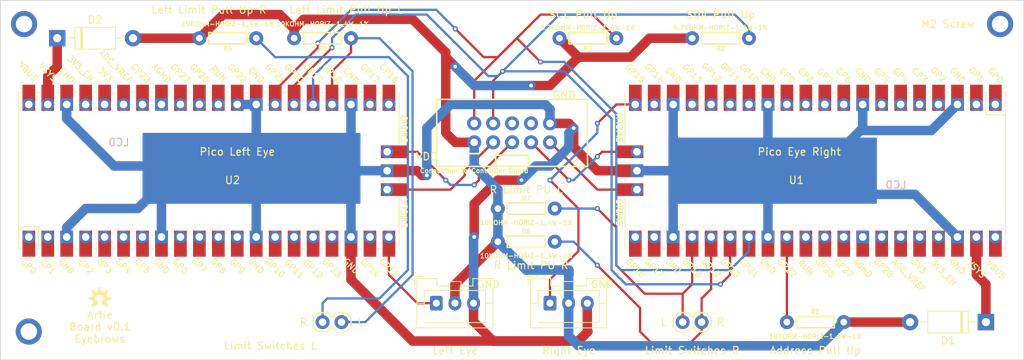
<source format=kicad_pcb>
(kicad_pcb (version 20211014) (generator pcbnew)
  (layers (0 "F.Cu" signal) (31 "B.Cu" signal) (34 "B.Paste" user) (35 "F.Paste" user) (36 "B.SilkS" user "B.Silkscreen") (37 "F.SilkS" user "F.Silkscreen") (38 "B.Mask" user) (39 "F.Mask" user) (44 "Edge.Cuts" user))
  (net 0 "")
  (net 1 "Net-(D1-Pad1)")
  (net 2 "VDD")
  (net 3 "Net-(D2-Pad1)")
  (net 4 "/I2C_SCL")
  (net 5 "/SWCLK_LEFT")
  (net 6 "/I2C_SDA")
  (net 7 "/SWDIO_LEFT")
  (net 9 "/SWCLK_RIGHT")
  (net 11 "/SWDIO_RIGHT")
  (net 12 "GND")
  (net 13 "/IRQ_LIMIT_L_U2")
  (net 14 "/IRQ_LIMIT_R_U2")
  (net 15 "/IRQ_LIMIT_L_U1")
  (net 16 "/IRQ_LIMIT_R_U1")
  (net 17 "/PWM_M1")
  (net 18 "/PWM_M2")
  (net 19 "Net-(R1-PadP$1)")
  (footprint "SparkFunResistors:AXIAL-0.3" (layer "F.Cu") (at 121.285 96.52)
    (fp_text reference "R7")
    (fp_text value "10KOHM-HORIZ-1_4W-1%")
  )
  (footprint "MountingHole:MountingHole_2.2mm_M2_ISO7380_Pad" (layer "F.Cu") (at 53.975 71.755)
    (fp_text reference "REF**" hide)
    (fp_text value "MountingHole_2.2mm_M2_ISO7380_Pad" hide)
  )
  (footprint "SparkFunResistors:AXIAL-0.3" (layer "F.Cu") (at 121.285 100.965)
    (fp_text reference "R6")
    (fp_text value "10KOHM-HORIZ-1_4W-1%")
  )
  (footprint "SparkFunAesthetics:OSHW-LOGO-S" (layer "F.Cu") (at 64.135 108.585)
    (fp_text reference "")
    (fp_text value "")
  )
  (footprint "SparkFunConnectors:1X02" (layer "F.Cu") (at 96.52 111.76 180)
    (fp_text reference "J2" hide)
    (fp_text value "CONN_02" hide)
  )
  (footprint "Connector_JST:JST_XA_B03B-XASK-1-A_1x03_P2.50mm_Vertical" (layer "F.Cu") (at 124.46 109.22)
    (fp_text reference "M1" hide)
    (fp_text value "SERVO")
  )
  (footprint "SparkFunConnectors:2X5-SHROUDED" (layer "F.Cu") (at 119.38 86.36 90)
    (fp_text reference "J1" hide)
    (fp_text value "Connection to Controller Board")
  )
  (footprint "SparkFunResistors:AXIAL-0.3" (layer "F.Cu") (at 81.28 73.66 180)
    (fp_text reference "R4")
    (fp_text value "10KOHM-HORIZ-1_4W-1%")
  )
  (footprint "SparkFunResistors:AXIAL-0.3" (layer "F.Cu") (at 93.98 73.66 180)
    (fp_text reference "R5")
    (fp_text value "10KOHM-HORIZ-1_4W-1%")
  )
  (footprint "MountingHole:MountingHole_2.2mm_M2_ISO7380_Pad" (layer "F.Cu") (at 184.785 71.755)
    (fp_text reference "REF**" hide)
    (fp_text value "MountingHole_2.2mm_M2_ISO7380_Pad" hide)
  )
  (footprint "SparkFunConnectors:1X02" (layer "F.Cu") (at 142.24 111.76)
    (fp_text reference "J3" hide)
    (fp_text value "CONN_02" hide)
  )
  (footprint "MountingHole:MountingHole_2.2mm_M2_ISO7380_Pad" (layer "F.Cu") (at 54.61 113.03)
    (fp_text reference "REF**" hide)
    (fp_text value "MountingHole_2.2mm_M2_ISO7380_Pad" hide)
  )
  (footprint "SparkFunResistors:AXIAL-0.3" (layer "F.Cu") (at 147.32 73.66 180)
    (fp_text reference "R2")
    (fp_text value "4.7KOHM-HORIZ-1_4W-1%")
  )
  (footprint "Diode_THT:D_DO-41_SOD81_P10.16mm_Horizontal" (layer "F.Cu") (at 58.42 73.66)
    (fp_text reference "D2")
    (fp_text value "1N5817")
  )
  (footprint "SparkFunResistors:AXIAL-0.3" (layer "F.Cu") (at 129.54 73.66 180)
    (fp_text reference "R3")
    (fp_text value "4.7KOHM-HORIZ-1_4W-1%")
  )
  (footprint "Connector_JST:JST_XA_B03B-XASK-1-A_1x03_P2.50mm_Vertical" (layer "F.Cu") (at 109.22 109.22)
    (fp_text reference "M2" hide)
    (fp_text value "SERVO")
  )
  (footprint "Diode_THT:D_DO-41_SOD81_P10.16mm_Horizontal" (layer "F.Cu") (at 182.88 111.76 180)
    (fp_text reference "D1")
    (fp_text value "1N5817")
  )
  (footprint "MCU_RaspberryPi_and_Boards:RPi_Pico_SMD_TH" (layer "F.Cu") (at 78.74 91.44 90)
    (fp_text reference "U2")
    (fp_text value "Pico Left Eye")
  )
  (footprint "SparkFunResistors:AXIAL-0.3" (layer "F.Cu") (at 160.02 111.76)
    (fp_text reference "R1")
    (fp_text value "10KOHM-HORIZ-1_4W-1%")
  )
  (footprint "MCU_RaspberryPi_and_Boards:RPi_Pico_SMD_TH" (layer "F.Cu") (at 160.02 91.44 -90)
    (fp_text reference "U1")
    (fp_text value "Pico Eye Right")
  )
  (gr_line (start 187.96 68.58) (end 50.8 68.58) (layer "Edge.Cuts") (width 0.1))
  (gr_line (start 50.8 68.58) (end 50.8 116.84) (layer "Edge.Cuts") (width 0.1))
  (gr_line (start 50.8 116.84) (end 187.96 116.84) (layer "Edge.Cuts") (width 0.1))
  (gr_line (start 187.96 116.84) (end 187.96 68.58) (layer "Edge.Cuts") (width 0.1))
  (gr_text "LCD" (at 170.815 93.345) (layer "B.SilkS") (effects (font (size 1 1)) (justify mirror)))
  (gr_text "LCD" (at 66.675 87.63) (layer "B.SilkS") (effects (font (size 1 1)) (justify mirror)))
  (gr_text "Address Pull Up" (at 160.02 115.57) (layer "F.SilkS") (effects (font (size 1 1))))
  (gr_text "R Limit PU R" (at 121.92 104.14) (layer "F.SilkS") (effects (font (size 1 1))))
  (gr_text "SCL Pull Up" (at 128.905 70.485) (layer "F.SilkS") (effects (font (size 1 1))))
  (gr_text "Right Eye" (at 127 115.57) (layer "F.SilkS") (effects (font (size 1 1))))
  (gr_text "Limit Switches R" (at 143.51 115.57) (layer "F.SilkS") (effects (font (size 1 1))))
  (gr_text "L" (at 139.7 111.76) (layer "F.SilkS") (effects (font (size 1 1))))
  (gr_text "Artie\nBoard v0.1\nEyebrows\n" (at 64.135 112.395) (layer "F.SilkS") (effects (font (size 1 1))))
  (gr_text "GND" (at 131.445 106.68) (layer "F.SilkS") (effects (font (size 1 1))))
  (gr_text "GND" (at 126.365 81.28) (layer "F.SilkS") (effects (font (size 1 1))))
  (gr_text "Left Eye" (at 111.76 115.57) (layer "F.SilkS") (effects (font (size 1 1))))
  (gr_text "GND" (at 116.205 106.68) (layer "F.SilkS") (effects (font (size 1 1))))
  (gr_text "R Limit PU L" (at 121.285 93.98) (layer "F.SilkS") (effects (font (size 1 1))))
  (gr_text "Limit Switches L" (at 86.995 114.935) (layer "F.SilkS") (effects (font (size 1 1))))
  (gr_text "R" (at 147.32 111.76) (layer "F.SilkS") (effects (font (size 1 1))))
  (gr_text "VDD" (at 107.95 89.535) (layer "F.SilkS") (effects (font (size 1 1))))
  (gr_text "R" (at 91.44 111.76) (layer "F.SilkS") (effects (font (size 1 1))))
  (gr_text "M2 Screw" (at 177.8 71.755) (layer "F.SilkS") (effects (font (size 1 1))))
  (gr_text "Left Limit Pull Up L" (at 97.155 69.85) (layer "F.SilkS") (effects (font (size 1 1))))
  (gr_text "SDA Pull Up" (at 147.32 70.485) (layer "F.SilkS") (effects (font (size 1 1))))
  (gr_text "Left Limit Pull Up R" (at 78.74 69.85) (layer "F.SilkS") (effects (font (size 1 1))))
  (gr_text "L" (at 99.06 111.76) (layer "F.SilkS") (effects (font (size 1 1))))
  (segment locked (start 182.88 111.76) (end 182.88 106.68) (width 1.27) (layer "F.Cu") (net 1))
  (segment locked (start 182.88 106.68) (end 181.61 105.41) (width 1.27) (layer "F.Cu") (net 1))
  (segment locked (start 181.61 105.41) (end 181.61 100.33) (width 1.27) (layer "F.Cu") (net 1))
  (segment (start 88.265 70.485) (end 90.17 72.39) (width 1.27) (layer "F.Cu") (net 2))
  (segment (start 91.44 71.12) (end 90.17 72.39) (width 1.27) (layer "F.Cu") (net 2))
  (segment (start 106.045 71.12) (end 91.44 71.12) (width 1.27) (layer "F.Cu") (net 2))
  (segment (start 137.795 73.66) (end 135.255 76.2) (width 1.27) (layer "F.Cu") (net 2))
  (segment (start 117.475 100.965) (end 111.72 106.72) (width 1.27) (layer "F.Cu") (net 2))
  (segment (start 124.46 80.01) (end 121.92 80.01) (width 1.27) (layer "F.Cu") (net 2))
  (segment (start 114.3 87.63) (end 111.76 87.63) (width 1.27) (layer "F.Cu") (net 2))
  (segment (start 128.27 76.2) (end 124.46 80.01) (width 1.27) (layer "F.Cu") (net 2))
  (segment (start 111.72 106.72) (end 111.72 109.22) (width 1.27) (layer "F.Cu") (net 2))
  (segment (start 68.58 73.66) (end 77.47 73.66) (width 1.27) (layer "F.Cu") (net 2))
  (segment (start 90.17 72.39) (end 90.17 73.66) (width 1.27) (layer "F.Cu") (net 2))
  (segment (start 77.47 73.66) (end 80.645 70.485) (width 1.27) (layer "F.Cu") (net 2))
  (segment (start 110.49 86.36) (end 110.49 75.565) (width 1.27) (layer "F.Cu") (net 2))
  (segment (start 110.49 76.2) (end 110.49 75.565) (width 1.27) (layer "F.Cu") (net 2))
  (segment (start 143.51 73.66) (end 137.795 73.66) (width 1.27) (layer "F.Cu") (net 2))
  (segment (start 110.49 75.565) (end 106.045 71.12) (width 1.27) (layer "F.Cu") (net 2))
  (segment (start 128.27 76.2) (end 125.73 73.66) (width 1.27) (layer "F.Cu") (net 2))
  (segment (start 80.645 70.485) (end 88.265 70.485) (width 1.27) (layer "F.Cu") (net 2))
  (segment (start 111.76 77.47) (end 110.49 76.2) (width 1.27) (layer "F.Cu") (net 2))
  (segment (start 172.72 111.76) (end 163.83 111.76) (width 1.27) (layer "F.Cu") (net 2))
  (segment (start 135.255 76.2) (end 128.27 76.2) (width 1.27) (layer "F.Cu") (net 2))
  (segment (start 111.76 87.63) (end 110.49 86.36) (width 1.27) (layer "F.Cu") (net 2))
  (via (at 111.76 77.47) (size 1) (drill 0.5) (layers "F.Cu" "B.Cu") (net 2))
  (via (at 121.92 80.01) (size 1) (drill 0.5) (layers "F.Cu" "B.Cu") (net 2))
  (segment (start 126.96 105.45) (end 126.96 109.22) (width 1.27) (layer "B.Cu") (net 2))
  (segment (start 121.92 80.01) (end 114.3 80.01) (width 1.27) (layer "B.Cu") (net 2))
  (segment (start 114.3 80.01) (end 111.76 77.47) (width 1.27) (layer "B.Cu") (net 2))
  (segment (start 117.475 100.965) (end 117.475 96.52) (width 1.27) (layer "B.Cu") (net 2))
  (segment (start 160.655 114.935) (end 163.83 111.76) (width 1.27) (layer "B.Cu") (net 2))
  (segment (start 127 104.775) (end 127 105.41) (width 1.27) (layer "B.Cu") (net 2))
  (segment (start 128.27 114.935) (end 160.655 114.935) (width 1.27) (layer "B.Cu") (net 2))
  (segment (start 126.96 109.22) (end 126.96 113.625) (width 1.27) (layer "B.Cu") (net 2))
  (segment (start 127 104.775) (end 121.285 104.775) (width 1.27) (layer "B.Cu") (net 2))
  (segment (start 117.475 96.52) (end 117.475 93.98) (width 1.27) (layer "B.Cu") (net 2))
  (segment (start 121.285 104.775) (end 117.475 100.965) (width 1.27) (layer "B.Cu") (net 2))
  (segment (start 127 105.41) (end 126.96 105.45) (width 1.27) (layer "B.Cu") (net 2))
  (segment (start 126.96 113.625) (end 128.27 114.935) (width 1.27) (layer "B.Cu") (net 2))
  (segment (start 114.3 87.63) (end 114.3 90.805) (width 1.27) (layer "B.Cu") (net 2))
  (segment (start 117.475 93.98) (end 114.3 90.805) (width 1.27) (layer "B.Cu") (net 2))
  (segment locked (start 58.42 77.47) (end 57.15 78.74) (width 1.27) (layer "F.Cu") (net 3))
  (segment locked (start 57.15 78.74) (end 57.15 82.55) (width 1.27) (layer "F.Cu") (net 3))
  (segment locked (start 58.42 73.66) (end 58.42 77.47) (width 1.27) (layer "F.Cu") (net 3))
  (segment (start 123.19 70.485) (end 130.175 70.485) (width 0.3048) (layer "F.Cu") (net 4))
  (segment (start 114.3 79.375) (end 120.015 73.66) (width 0.3048) (layer "F.Cu") (net 4))
  (segment (start 111.76 72.39) (end 115.57 76.2) (width 0.3048) (layer "F.Cu") (net 4))
  (segment (start 120.015 73.66) (end 123.19 76.835) (width 0.3048) (layer "F.Cu") (net 4))
  (segment (start 120.015 73.66) (end 123.19 70.485) (width 0.3048) (layer "F.Cu") (net 4))
  (segment (start 117.475 76.2) (end 120.015 73.66) (width 0.3048) (layer "F.Cu") (net 4))
  (segment (start 114.3 85.09) (end 114.3 79.375) (width 0.3048) (layer "F.Cu") (net 4))
  (segment (start 92.71 75.565) (end 93.345 74.93) (width 0.3048) (layer "F.Cu") (net 4))
  (segment (start 93.345 74.93) (end 93.345 74.295) (width 0.3048) (layer "F.Cu") (net 4))
  (segment (start 87.63 82.55) (end 87.63 80.645) (width 0.3048) (layer "F.Cu") (net 4))
  (segment (start 115.57 76.2) (end 117.475 76.2) (width 0.3048) (layer "F.Cu") (net 4))
  (segment (start 87.63 80.645) (end 92.71 75.565) (width 0.3048) (layer "F.Cu") (net 4))
  (segment (start 130.175 70.485) (end 133.35 73.66) (width 0.3048) (layer "F.Cu") (net 4))
  (via (at 93.345 74.295) (size 0.6858) (drill 0.3302) (layers "F.Cu" "B.Cu") (net 4))
  (via (at 123.19 76.835) (size 0.6858) (drill 0.3302) (layers "F.Cu" "B.Cu") (net 4))
  (via (at 111.76 72.39) (size 0.6858) (drill 0.3302) (layers "F.Cu" "B.Cu") (net 4))
  (segment (start 151.13 102.235) (end 151.13 100.33) (width 0.3048) (layer "B.Cu") (net 4))
  (segment (start 133.35 104.14) (end 133.985 104.775) (width 0.3048) (layer "B.Cu") (net 4))
  (segment (start 97.79 69.85) (end 107.315 69.85) (width 0.3048) (layer "B.Cu") (net 4))
  (segment (start 133.985 104.775) (end 148.59 104.775) (width 0.3048) (layer "B.Cu") (net 4))
  (segment (start 107.315 69.85) (end 109.22 69.85) (width 0.3048) (layer "B.Cu") (net 4))
  (segment (start 109.22 69.85) (end 111.76 72.39) (width 0.3048) (layer "B.Cu") (net 4))
  (segment (start 133.35 83.82) (end 133.35 104.14) (width 0.3048) (layer "B.Cu") (net 4))
  (segment (start 123.19 76.835) (end 126.365 76.835) (width 0.3048) (layer "B.Cu") (net 4))
  (segment (start 93.345 74.295) (end 97.79 69.85) (width 0.3048) (layer "B.Cu") (net 4))
  (segment (start 126.365 76.835) (end 133.35 83.82) (width 0.3048) (layer "B.Cu") (net 4))
  (segment (start 148.59 104.775) (end 151.13 102.235) (width 0.3048) (layer "B.Cu") (net 4))
  (segment (start 113.03 92.075) (end 111.125 93.98) (width 0.3048) (layer "F.Cu") (net 5))
  (segment (start 113.03 91.44) (end 113.03 92.075) (width 0.3048) (layer "F.Cu") (net 5))
  (segment (start 116.84 87.63) (end 113.03 91.44) (width 0.3048) (layer "F.Cu") (net 5))
  (segment (start 111.125 93.98) (end 102.64 93.98) (width 0.3048) (layer "F.Cu") (net 5))
  (segment (start 116.84 85.09) (end 116.84 79.375) (width 0.3048) (layer "F.Cu") (net 6))
  (segment (start 116.84 79.375) (end 118.11 78.105) (width 0.3048) (layer "F.Cu") (net 6))
  (segment (start 90.17 82.55) (end 90.17 80.01) (width 0.3048) (layer "F.Cu") (net 6))
  (segment (start 148.59 105.41) (end 148.59 100.33) (width 0.3048) (layer "F.Cu") (net 6))
  (segment (start 147.32 106.68) (end 148.59 105.41) (width 0.3048) (layer "F.Cu") (net 6))
  (segment (start 90.17 80.01) (end 95.25 74.93) (width 0.3048) (layer "F.Cu") (net 6))
  (via (at 118.11 78.105) (size 0.6858) (drill 0.3302) (layers "F.Cu" "B.Cu") (net 6))
  (via (at 95.25 74.93) (size 0.6858) (drill 0.3302) (layers "F.Cu" "B.Cu") (net 6))
  (via (at 147.32 106.68) (size 0.6858) (drill 0.3302) (layers "F.Cu" "B.Cu") (net 6))
  (segment (start 98.425 70.485) (end 107.95 70.485) (width 0.3048) (layer "B.Cu") (net 6))
  (segment (start 130.175 81.915) (end 132.715 84.455) (width 0.3048) (layer "B.Cu") (net 6))
  (segment (start 117.475 78.74) (end 118.11 78.105) (width 0.3048) (layer "B.Cu") (net 6))
  (segment (start 133.985 106.045) (end 134.62 106.68) (width 0.3048) (layer "B.Cu") (net 6))
  (segment (start 133.35 105.41) (end 133.985 106.045) (width 0.3048) (layer "B.Cu") (net 6))
  (segment (start 116.205 78.74) (end 117.475 78.74) (width 0.3048) (layer "B.Cu") (net 6))
  (segment (start 132.715 104.775) (end 133.35 105.41) (width 0.3048) (layer "B.Cu") (net 6))
  (segment (start 118.11 78.105) (end 126.365 78.105) (width 0.3048) (layer "B.Cu") (net 6))
  (segment (start 151.13 72.39) (end 151.13 73.66) (width 0.3048) (layer "B.Cu") (net 6))
  (segment (start 132.715 84.455) (end 132.715 86.995) (width 0.3048) (layer "B.Cu") (net 6))
  (segment (start 118.11 78.105) (end 125.73 70.485) (width 0.3048) (layer "B.Cu") (net 6))
  (segment (start 149.225 70.485) (end 151.13 72.39) (width 0.3048) (layer "B.Cu") (net 6))
  (segment (start 134.62 106.68) (end 147.32 106.68) (width 0.3048) (layer "B.Cu") (net 6))
  (segment (start 125.73 70.485) (end 149.225 70.485) (width 0.3048) (layer "B.Cu") (net 6))
  (segment (start 126.365 78.105) (end 130.175 81.915) (width 0.3048) (layer "B.Cu") (net 6))
  (segment (start 95.25 74.93) (end 95.25 73.66) (width 0.3048) (layer "B.Cu") (net 6))
  (segment (start 132.715 86.995) (end 132.715 104.775) (width 0.3048) (layer "B.Cu") (net 6))
  (segment (start 95.25 73.66) (end 98.425 70.485) (width 0.3048) (layer "B.Cu") (net 6))
  (segment (start 107.95 70.485) (end 116.205 78.74) (width 0.3048) (layer "B.Cu") (net 6))
  (segment (start 119.38 87.63) (end 114.935 92.075) (width 0.3048) (layer "F.Cu") (net 7))
  (segment (start 114.935 92.71) (end 114.3 93.345) (width 0.3048) (layer "F.Cu") (net 7))
  (segment (start 106.68 88.9) (end 102.64 88.9) (width 0.3048) (layer "F.Cu") (net 7))
  (segment (start 114.935 92.075) (end 114.935 92.71) (width 0.3048) (layer "F.Cu") (net 7))
  (segment (start 110.49 92.71) (end 106.68 88.9) (width 0.3048) (layer "F.Cu") (net 7))
  (via (at 110.49 92.71) (size 0.6858) (drill 0.3302) (layers "F.Cu" "B.Cu") (net 7))
  (via (at 114.3 93.345) (size 0.6858) (drill 0.3302) (layers "F.Cu" "B.Cu") (net 7))
  (segment (start 111.125 93.345) (end 110.49 92.71) (width 0.3048) (layer "B.Cu") (net 7))
  (segment (start 114.3 93.345) (end 111.125 93.345) (width 0.3048) (layer "B.Cu") (net 7))
  (segment (start 121.92 87.63) (end 126.365 92.075) (width 0.3048) (layer "F.Cu") (net 9))
  (segment (start 131.445 88.9) (end 136.12 88.9) (width 0.3048) (layer "F.Cu") (net 9))
  (segment (start 130.81 89.535) (end 131.445 88.9) (width 0.3048) (layer "F.Cu") (net 9))
  (segment (start 126.365 92.075) (end 127 92.71) (width 0.3048) (layer "F.Cu") (net 9))
  (via (at 127 92.71) (size 0.6858) (drill 0.3302) (layers "F.Cu" "B.Cu") (net 9))
  (via (at 130.81 89.535) (size 0.6858) (drill 0.3302) (layers "F.Cu" "B.Cu") (net 9))
  (segment (start 127.635 92.71) (end 130.81 89.535) (width 0.3048) (layer "B.Cu") (net 9))
  (segment (start 127 92.71) (end 127.635 92.71) (width 0.3048) (layer "B.Cu") (net 9))
  (segment (start 130.81 93.98) (end 136.12 93.98) (width 0.3048) (layer "F.Cu") (net 11))
  (segment (start 124.46 87.63) (end 130.81 93.98) (width 0.3048) (layer "F.Cu") (net 11))
  (segment (start 129.46 109.22) (end 129.46 112.95) (width 1.27) (layer "F.Cu") (net 12))
  (segment (start 107.95 92.075) (end 107.315 92.075) (width 1.27) (layer "F.Cu") (net 12))
  (segment (start 129.54 113.03) (end 128.27 114.3) (width 1.27) (layer "F.Cu") (net 12))
  (segment (start 106.045 114.3) (end 128.27 114.3) (width 1.27) (layer "F.Cu") (net 12))
  (segment (start 114.22 111.68) (end 114.22 109.22) (width 1.27) (layer "F.Cu") (net 12))
  (segment (start 106.68 91.44) (end 102.64 91.44) (width 1.27) (layer "F.Cu") (net 12))
  (segment (start 116.84 114.3) (end 114.22 111.68) (width 1.27) (layer "F.Cu") (net 12))
  (segment (start 129.46 112.95) (end 129.54 113.03) (width 1.27) (layer "F.Cu") (net 12))
  (segment (start 124.46 85.09) (end 127 85.09) (width 1.27) (layer "F.Cu") (net 12))
  (segment (start 114.3 95.885) (end 114.3 100.33) (width 1.27) (layer "F.Cu") (net 12))
  (segment (start 128.27 114.3) (end 116.84 114.3) (width 1.27) (layer "F.Cu") (net 12))
  (segment (start 127 85.09) (end 127.635 85.725) (width 1.27) (layer "F.Cu") (net 12))
  (segment (start 127.635 85.725) (end 127.635 88.265) (width 1.27) (layer "F.Cu") (net 12))
  (segment (start 130.81 91.44) (end 136.119997 91.44) (width 1.27) (layer "F.Cu") (net 12))
  (segment (start 107.315 92.075) (end 106.68 91.44) (width 1.27) (layer "F.Cu") (net 12))
  (segment (start 97.79 106.045) (end 106.045 114.3) (width 1.27) (layer "F.Cu") (net 12))
  (segment (start 117.475 92.71) (end 114.3 95.885) (width 1.27) (layer "F.Cu") (net 12))
  (segment (start 127.635 88.265) (end 129.54 90.17) (width 1.27) (layer "F.Cu") (net 12))
  (segment (start 129.54 90.17) (end 130.81 91.44) (width 1.27) (layer "F.Cu") (net 12))
  (segment (start 120.65 92.71) (end 117.475 92.71) (width 1.27) (layer "F.Cu") (net 12))
  (segment (start 97.79 100.33) (end 97.79 106.045) (width 1.27) (layer "F.Cu") (net 12))
  (via (at 107.95 92.075) (size 1) (drill 0.5) (layers "F.Cu" "B.Cu") (net 12))
  (via (at 127.635 85.725) (size 1) (drill 0.5) (layers "F.Cu" "B.Cu") (net 12))
  (via (at 114.3 100.33) (size 1) (drill 0.5) (layers "F.Cu" "B.Cu") (net 12))
  (via (at 120.65 92.71) (size 1) (drill 0.5) (layers "F.Cu" "B.Cu") (net 12))
  (segment (start 179.07 100.33) (end 173.355 94.615) (width 1.27) (layer "B.Cu") (net 12))
  (segment (start 153.67 100.33) (end 153.67 82.55) (width 1.27) (layer "B.Cu") (net 12))
  (segment (start 123.825 82.55) (end 111.125 82.55) (width 1.27) (layer "B.Cu") (net 12))
  (segment (start 85.09 90.805) (end 85.09 90.17) (width 1.27) (layer "B.Cu") (net 12))
  (segment (start 127 86.36) (end 127 88.265) (width 1.27) (layer "B.Cu") (net 12))
  (segment (start 85.09 100.33) (end 85.09 90.805) (width 1.27) (layer "B.Cu") (net 12))
  (segment (start 175.5775 86.0425) (end 166.0525 86.0425) (width 1.27) (layer "B.Cu") (net 12))
  (segment (start 124.46 85.09) (end 124.46 83.185) (width 1.27) (layer "B.Cu") (net 12))
  (segment (start 72.39 93.345) (end 74.93 90.805) (width 1.27) (layer "B.Cu") (net 12))
  (segment (start 173.355 94.615) (end 172.72 94.615) (width 1.27) (layer "B.Cu") (net 12))
  (segment (start 102.640003 91.44) (end 97.79 91.44) (width 1.27) (layer "B.Cu") (net 12))
  (segment (start 97.79 100.33) (end 97.79 91.44) (width 1.27) (layer "B.Cu") (net 12))
  (segment (start 97.79 82.55) (end 97.79 91.44) (width 1.27) (layer "B.Cu") (net 12))
  (segment (start 136.119997 91.44) (end 140.97 91.44) (width 1.27) (layer "B.Cu") (net 12))
  (segment (start 85.725 91.44) (end 85.09 90.805) (width 1.27) (layer "B.Cu") (net 12))
  (segment (start 97.79 91.44) (end 85.725 91.44) (width 1.27) (layer "B.Cu") (net 12))
  (segment (start 59.69 82.55) (end 59.69 84.455) (width 1.27) (layer "B.Cu") (net 12))
  (segment (start 160.655 91.44) (end 166.0525 86.0425) (width 1.27) (layer "B.Cu") (net 12))
  (segment (start 179.07 82.55) (end 175.5775 86.0425) (width 1.27) (layer "B.Cu") (net 12))
  (segment (start 59.69 100.33) (end 59.69 99.06) (width 1.27) (layer "B.Cu") (net 12))
  (segment (start 62.23 96.52) (end 69.215 96.52) (width 1.27) (layer "B.Cu") (net 12))
  (segment (start 69.215 96.52) (end 72.39 93.345) (width 1.27) (layer "B.Cu") (net 12))
  (segment (start 127 88.265) (end 124.46 90.805) (width 1.27) (layer "B.Cu") (net 12))
  (segment (start 124.46 83.185) (end 123.825 82.55) (width 1.27) (layer "B.Cu") (net 12))
  (segment (start 166.37 85.725) (end 166.37 82.55) (width 1.27) (layer "B.Cu") (net 12))
  (segment (start 59.69 84.455) (end 62.23 86.995) (width 1.27) (layer "B.Cu") (net 12))
  (segment (start 72.39 100.33) (end 72.39 93.345) (width 1.27) (layer "B.Cu") (net 12))
  (segment (start 140.97 91.44) (end 140.97 100.33) (width 1.27) (layer "B.Cu") (net 12))
  (segment (start 62.23 86.995) (end 66.04 90.805) (width 1.27) (layer "B.Cu") (net 12))
  (segment (start 111.125 82.55) (end 107.95 85.725) (width 1.27) (layer "B.Cu") (net 12))
  (segment (start 166.0525 86.0425) (end 166.37 85.725) (width 1.27) (layer "B.Cu") (net 12))
  (segment (start 85.09 82.55) (end 85.09 90.17) (width 1.27) (layer "B.Cu") (net 12))
  (segment (start 122.555 90.805) (end 120.65 92.71) (width 1.27) (layer "B.Cu") (net 12))
  (segment (start 74.93 90.805) (end 85.09 90.805) (width 1.27) (layer "B.Cu") (net 12))
  (segment (start 107.95 85.725) (end 107.95 92.075) (width 1.27) (layer "B.Cu") (net 12))
  (segment (start 85.09 82.55) (end 82.55 82.55) (width 1.27) (layer "B.Cu") (net 12))
  (segment (start 140.97 82.55) (end 140.97 91.44) (width 1.27) (layer "B.Cu") (net 12))
  (segment (start 114.3 100.33) (end 114.22 100.41) (width 1.27) (layer "B.Cu") (net 12))
  (segment (start 59.69 99.06) (end 62.23 96.52) (width 1.27) (layer "B.Cu") (net 12))
  (segment (start 172.72 94.615) (end 163.83 94.615) (width 1.27) (layer "B.Cu") (net 12))
  (segment (start 160.655 91.44) (end 140.97 91.44) (width 1.27) (layer "B.Cu") (net 12))
  (segment (start 124.46 90.805) (end 122.555 90.805) (width 1.27) (layer "B.Cu") (net 12))
  (segment (start 66.04 90.805) (end 74.93 90.805) (width 1.27) (layer "B.Cu") (net 12))
  (segment (start 114.22 100.41) (end 114.22 109.22) (width 1.27) (layer "B.Cu") (net 12))
  (segment (start 127.635 85.725) (end 127 86.36) (width 1.27) (layer "B.Cu") (net 12))
  (segment (start 163.83 94.615) (end 160.655 91.44) (width 1.27) (layer "B.Cu") (net 12))
  (segment (start 95.25 78.105) (end 95.25 82.55) (width 0.3048) (layer "F.Cu") (net 13))
  (segment (start 97.79 73.66) (end 97.79 75.565) (width 0.3048) (layer "F.Cu") (net 13))
  (segment (start 97.79 75.565) (end 95.25 78.105) (width 0.3048) (layer "F.Cu") (net 13))
  (segment (start 106.045 78.105) (end 101.6 73.66) (width 0.3048) (layer "B.Cu") (net 13))
  (segment (start 99.695 111.76) (end 106.045 105.41) (width 0.3048) (layer "B.Cu") (net 13))
  (segment (start 101.6 73.66) (end 97.79 73.66) (width 0.3048) (layer "B.Cu") (net 13))
  (segment (start 106.045 105.41) (end 106.045 78.105) (width 0.3048) (layer "B.Cu") (net 13))
  (segment (start 96.52 111.76) (end 99.695 111.76) (width 0.3048) (layer "B.Cu") (net 13))
  (segment (start 93.98 109.22) (end 94.615 108.585) (width 0.3048) (layer "B.Cu") (net 14))
  (segment (start 95.885 76.2) (end 87.63 76.2) (width 0.3048) (layer "B.Cu") (net 14))
  (segment (start 95.25 76.2) (end 92.71 78.74) (width 0.3048) (layer "B.Cu") (net 14))
  (segment (start 105.41 104.775) (end 105.41 78.74) (width 0.3048) (layer "B.Cu") (net 14))
  (segment (start 105.41 78.74) (end 102.87 76.2) (width 0.3048) (layer "B.Cu") (net 14))
  (segment (start 95.885 76.2) (end 95.25 76.2) (width 0.3048) (layer "B.Cu") (net 14))
  (segment (start 93.98 111.76) (end 93.98 109.22) (width 0.3048) (layer "B.Cu") (net 14))
  (segment (start 87.63 76.2) (end 85.09 73.66) (width 0.3048) (layer "B.Cu") (net 14))
  (segment (start 94.615 108.585) (end 101.6 108.585) (width 0.3048) (layer "B.Cu") (net 14))
  (segment (start 102.87 76.2) (end 95.885 76.2) (width 0.3048) (layer "B.Cu") (net 14))
  (segment (start 101.6 108.585) (end 105.41 104.775) (width 0.3048) (layer "B.Cu") (net 14))
  (segment (start 92.71 78.74) (end 92.71 82.55) (width 0.3048) (layer "B.Cu") (net 14))
  (segment (start 142.24 111.76) (end 142.24 107.95) (width 0.3048) (layer "F.Cu") (net 15))
  (segment (start 130.81 96.52) (end 133.35 99.06) (width 0.3048) (layer "F.Cu") (net 15))
  (segment (start 133.35 99.06) (end 133.35 104.14) (width 0.3048) (layer "F.Cu") (net 15))
  (segment (start 143.51 106.68) (end 143.51 100.33) (width 0.3048) (layer "F.Cu") (net 15))
  (segment (start 133.35 104.14) (end 137.16 107.95) (width 0.3048) (layer "F.Cu") (net 15))
  (segment (start 137.16 107.95) (end 142.24 107.95) (width 0.3048) (layer "F.Cu") (net 15))
  (segment (start 142.24 107.95) (end 143.51 106.68) (width 0.3048) (layer "F.Cu") (net 15))
  (via (at 130.81 96.52) (size 0.6858) (drill 0.3302) (layers "F.Cu" "B.Cu") (net 15))
  (segment (start 130.81 96.52) (end 125.095 96.52) (width 0.3048) (layer "B.Cu") (net 15))
  (segment (start 144.78 108.585) (end 146.05 107.315) (width 0.3048) (layer "F.Cu") (net 16))
  (segment (start 144.78 113.03) (end 144.78 111.76) (width 0.3048) (layer "F.Cu") (net 16))
  (segment (start 144.78 111.76) (end 144.78 108.585) (width 0.3048) (layer "F.Cu") (net 16))
  (segment (start 130.81 104.14) (end 136.525 109.855) (width 0.3048) (layer "F.Cu") (net 16))
  (segment (start 146.05 107.315) (end 146.05 100.33) (width 0.3048) (layer "F.Cu") (net 16))
  (segment (start 138.43 114.935) (end 142.875 114.935) (width 0.3048) (layer "F.Cu") (net 16))
  (segment (start 142.875 114.935) (end 144.78 113.03) (width 0.3048) (layer "F.Cu") (net 16))
  (segment (start 136.525 109.855) (end 136.525 113.03) (width 0.3048) (layer "F.Cu") (net 16))
  (segment (start 136.525 113.03) (end 138.43 114.935) (width 0.3048) (layer "F.Cu") (net 16))
  (via (at 130.81 104.14) (size 0.6858) (drill 0.3302) (layers "F.Cu" "B.Cu") (net 16))
  (segment (start 130.81 104.14) (end 127.635 100.965) (width 0.3048) (layer "B.Cu") (net 16))
  (segment (start 127.635 100.965) (end 125.095 100.965) (width 0.3048) (layer "B.Cu") (net 16))
  (segment (start 124.46 106.045) (end 128.27 102.235) (width 0.3048) (layer "F.Cu") (net 17))
  (segment (start 130.81 85.09) (end 133.35 82.55) (width 0.3048) (layer "F.Cu") (net 17))
  (segment (start 133.35 82.55) (end 135.89 82.55) (width 0.3048) (layer "F.Cu") (net 17))
  (segment (start 124.46 109.22) (end 124.46 106.045) (width 0.3048) (layer "F.Cu") (net 17))
  (segment (start 128.27 96.52) (end 124.46 92.71) (width 0.3048) (layer "F.Cu") (net 17))
  (segment (start 128.27 102.235) (end 128.27 96.52) (width 0.3048) (layer "F.Cu") (net 17))
  (via (at 124.46 92.71) (size 0.6858) (drill 0.3302) (layers "F.Cu" "B.Cu") (net 17))
  (via (at 130.81 85.09) (size 0.6858) (drill 0.3302) (layers "F.Cu" "B.Cu") (net 17))
  (segment (start 124.46 92.71) (end 130.81 86.36) (width 0.3048) (layer "B.Cu") (net 17))
  (segment (start 130.81 86.36) (end 130.81 85.09) (width 0.3048) (layer "B.Cu") (net 17))
  (segment (start 106.68 109.22) (end 102.87 105.41) (width 0.3048) (layer "F.Cu") (net 18))
  (segment (start 102.87 105.41) (end 102.87 100.33) (width 0.3048) (layer "F.Cu") (net 18))
  (segment (start 109.22 109.22) (end 106.68 109.22) (width 0.3048) (layer "F.Cu") (net 18))
  (segment (start 156.21 111.76) (end 156.21 100.33) (width 0.3048) (layer "F.Cu") (net 19))
  (zone (net 12) (net_name "GND") (layer "B.Cu") (name "GroundPour2") (connect_pads (clearance 0.508)) (min_thickness 0.254) (fill yes (thermal_gap 0.508) (thermal_bridge_width 0.508))
    (polygon (pts (xy 168.275 95.885) (xy 140.335 95.885) (xy 140.335 86.995) (xy 168.275 86.995)))
  )
  (zone (net 12) (net_name "GND") (layer "B.Cu") (name "GroundPour1") (connect_pads (clearance 0.508)) (min_thickness 0.254) (fill yes (thermal_gap 0.508) (thermal_bridge_width 0.508))
    (polygon (pts (xy 99.06 95.885) (xy 69.85 95.885) (xy 69.85 86.36) (xy 99.06 86.36)))
  )
)
</source>
